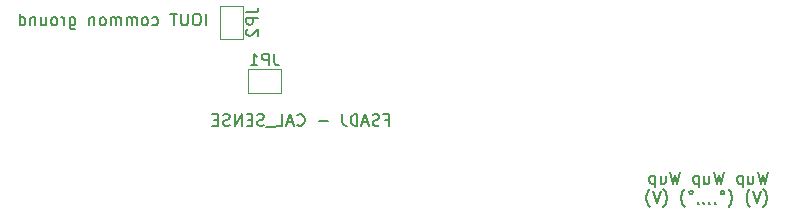
<source format=gbr>
%TF.GenerationSoftware,KiCad,Pcbnew,8.0.6*%
%TF.CreationDate,2024-12-30T16:19:15+01:00*%
%TF.ProjectId,pico-glitcher-v2.1-extension,7069636f-2d67-46c6-9974-636865722d76,rev?*%
%TF.SameCoordinates,PX3d09000PY6590fa0*%
%TF.FileFunction,Legend,Bot*%
%TF.FilePolarity,Positive*%
%FSLAX46Y46*%
G04 Gerber Fmt 4.6, Leading zero omitted, Abs format (unit mm)*
G04 Created by KiCad (PCBNEW 8.0.6) date 2024-12-30 16:19:15*
%MOMM*%
%LPD*%
G01*
G04 APERTURE LIST*
%ADD10C,0.150000*%
%ADD11C,0.120000*%
G04 APERTURE END LIST*
D10*
X72758458Y17990125D02*
X72520363Y16990125D01*
X72520363Y16990125D02*
X72329887Y17704411D01*
X72329887Y17704411D02*
X72139411Y16990125D01*
X72139411Y16990125D02*
X71901316Y17990125D01*
X71091792Y17656792D02*
X71091792Y16990125D01*
X71520363Y17656792D02*
X71520363Y17132983D01*
X71520363Y17132983D02*
X71472744Y17037744D01*
X71472744Y17037744D02*
X71377506Y16990125D01*
X71377506Y16990125D02*
X71234649Y16990125D01*
X71234649Y16990125D02*
X71139411Y17037744D01*
X71139411Y17037744D02*
X71091792Y17085364D01*
X70615601Y17656792D02*
X70615601Y16656792D01*
X70615601Y17609173D02*
X70520363Y17656792D01*
X70520363Y17656792D02*
X70329887Y17656792D01*
X70329887Y17656792D02*
X70234649Y17609173D01*
X70234649Y17609173D02*
X70187030Y17561554D01*
X70187030Y17561554D02*
X70139411Y17466316D01*
X70139411Y17466316D02*
X70139411Y17180602D01*
X70139411Y17180602D02*
X70187030Y17085364D01*
X70187030Y17085364D02*
X70234649Y17037744D01*
X70234649Y17037744D02*
X70329887Y16990125D01*
X70329887Y16990125D02*
X70520363Y16990125D01*
X70520363Y16990125D02*
X70615601Y17037744D01*
X69044172Y17990125D02*
X68806077Y16990125D01*
X68806077Y16990125D02*
X68615601Y17704411D01*
X68615601Y17704411D02*
X68425125Y16990125D01*
X68425125Y16990125D02*
X68187030Y17990125D01*
X67377506Y17656792D02*
X67377506Y16990125D01*
X67806077Y17656792D02*
X67806077Y17132983D01*
X67806077Y17132983D02*
X67758458Y17037744D01*
X67758458Y17037744D02*
X67663220Y16990125D01*
X67663220Y16990125D02*
X67520363Y16990125D01*
X67520363Y16990125D02*
X67425125Y17037744D01*
X67425125Y17037744D02*
X67377506Y17085364D01*
X66901315Y17656792D02*
X66901315Y16656792D01*
X66901315Y17609173D02*
X66806077Y17656792D01*
X66806077Y17656792D02*
X66615601Y17656792D01*
X66615601Y17656792D02*
X66520363Y17609173D01*
X66520363Y17609173D02*
X66472744Y17561554D01*
X66472744Y17561554D02*
X66425125Y17466316D01*
X66425125Y17466316D02*
X66425125Y17180602D01*
X66425125Y17180602D02*
X66472744Y17085364D01*
X66472744Y17085364D02*
X66520363Y17037744D01*
X66520363Y17037744D02*
X66615601Y16990125D01*
X66615601Y16990125D02*
X66806077Y16990125D01*
X66806077Y16990125D02*
X66901315Y17037744D01*
X65329886Y17990125D02*
X65091791Y16990125D01*
X65091791Y16990125D02*
X64901315Y17704411D01*
X64901315Y17704411D02*
X64710839Y16990125D01*
X64710839Y16990125D02*
X64472744Y17990125D01*
X63663220Y17656792D02*
X63663220Y16990125D01*
X64091791Y17656792D02*
X64091791Y17132983D01*
X64091791Y17132983D02*
X64044172Y17037744D01*
X64044172Y17037744D02*
X63948934Y16990125D01*
X63948934Y16990125D02*
X63806077Y16990125D01*
X63806077Y16990125D02*
X63710839Y17037744D01*
X63710839Y17037744D02*
X63663220Y17085364D01*
X63187029Y17656792D02*
X63187029Y16656792D01*
X63187029Y17609173D02*
X63091791Y17656792D01*
X63091791Y17656792D02*
X62901315Y17656792D01*
X62901315Y17656792D02*
X62806077Y17609173D01*
X62806077Y17609173D02*
X62758458Y17561554D01*
X62758458Y17561554D02*
X62710839Y17466316D01*
X62710839Y17466316D02*
X62710839Y17180602D01*
X62710839Y17180602D02*
X62758458Y17085364D01*
X62758458Y17085364D02*
X62806077Y17037744D01*
X62806077Y17037744D02*
X62901315Y16990125D01*
X62901315Y16990125D02*
X63091791Y16990125D01*
X63091791Y16990125D02*
X63187029Y17037744D01*
X72377506Y14999229D02*
X72425125Y15046848D01*
X72425125Y15046848D02*
X72520363Y15189705D01*
X72520363Y15189705D02*
X72567982Y15284943D01*
X72567982Y15284943D02*
X72615601Y15427800D01*
X72615601Y15427800D02*
X72663220Y15665896D01*
X72663220Y15665896D02*
X72663220Y15856372D01*
X72663220Y15856372D02*
X72615601Y16094467D01*
X72615601Y16094467D02*
X72567982Y16237324D01*
X72567982Y16237324D02*
X72520363Y16332562D01*
X72520363Y16332562D02*
X72425125Y16475420D01*
X72425125Y16475420D02*
X72377506Y16523039D01*
X72139410Y16380181D02*
X71806077Y15380181D01*
X71806077Y15380181D02*
X71472744Y16380181D01*
X71234648Y14999229D02*
X71187029Y15046848D01*
X71187029Y15046848D02*
X71091791Y15189705D01*
X71091791Y15189705D02*
X71044172Y15284943D01*
X71044172Y15284943D02*
X70996553Y15427800D01*
X70996553Y15427800D02*
X70948934Y15665896D01*
X70948934Y15665896D02*
X70948934Y15856372D01*
X70948934Y15856372D02*
X70996553Y16094467D01*
X70996553Y16094467D02*
X71044172Y16237324D01*
X71044172Y16237324D02*
X71091791Y16332562D01*
X71091791Y16332562D02*
X71187029Y16475420D01*
X71187029Y16475420D02*
X71234648Y16523039D01*
X69425124Y14999229D02*
X69472743Y15046848D01*
X69472743Y15046848D02*
X69567981Y15189705D01*
X69567981Y15189705D02*
X69615600Y15284943D01*
X69615600Y15284943D02*
X69663219Y15427800D01*
X69663219Y15427800D02*
X69710838Y15665896D01*
X69710838Y15665896D02*
X69710838Y15856372D01*
X69710838Y15856372D02*
X69663219Y16094467D01*
X69663219Y16094467D02*
X69615600Y16237324D01*
X69615600Y16237324D02*
X69567981Y16332562D01*
X69567981Y16332562D02*
X69472743Y16475420D01*
X69472743Y16475420D02*
X69425124Y16523039D01*
X68901314Y16380181D02*
X68996552Y16332562D01*
X68996552Y16332562D02*
X69044171Y16237324D01*
X69044171Y16237324D02*
X68996552Y16142086D01*
X68996552Y16142086D02*
X68901314Y16094467D01*
X68901314Y16094467D02*
X68806076Y16142086D01*
X68806076Y16142086D02*
X68758457Y16237324D01*
X68758457Y16237324D02*
X68806076Y16332562D01*
X68806076Y16332562D02*
X68901314Y16380181D01*
X68234647Y15427800D02*
X68234647Y15380181D01*
X68234647Y15380181D02*
X68282266Y15284943D01*
X68282266Y15284943D02*
X68329885Y15237324D01*
X67758457Y15427800D02*
X67758457Y15380181D01*
X67758457Y15380181D02*
X67806076Y15284943D01*
X67806076Y15284943D02*
X67853695Y15237324D01*
X67282267Y15427800D02*
X67282267Y15380181D01*
X67282267Y15380181D02*
X67329886Y15284943D01*
X67329886Y15284943D02*
X67377505Y15237324D01*
X66806077Y15427800D02*
X66806077Y15380181D01*
X66806077Y15380181D02*
X66853696Y15284943D01*
X66853696Y15284943D02*
X66901315Y15237324D01*
X66234649Y16380181D02*
X66329887Y16332562D01*
X66329887Y16332562D02*
X66377506Y16237324D01*
X66377506Y16237324D02*
X66329887Y16142086D01*
X66329887Y16142086D02*
X66234649Y16094467D01*
X66234649Y16094467D02*
X66139411Y16142086D01*
X66139411Y16142086D02*
X66091792Y16237324D01*
X66091792Y16237324D02*
X66139411Y16332562D01*
X66139411Y16332562D02*
X66234649Y16380181D01*
X65710839Y14999229D02*
X65663220Y15046848D01*
X65663220Y15046848D02*
X65567982Y15189705D01*
X65567982Y15189705D02*
X65520363Y15284943D01*
X65520363Y15284943D02*
X65472744Y15427800D01*
X65472744Y15427800D02*
X65425125Y15665896D01*
X65425125Y15665896D02*
X65425125Y15856372D01*
X65425125Y15856372D02*
X65472744Y16094467D01*
X65472744Y16094467D02*
X65520363Y16237324D01*
X65520363Y16237324D02*
X65567982Y16332562D01*
X65567982Y16332562D02*
X65663220Y16475420D01*
X65663220Y16475420D02*
X65710839Y16523039D01*
X63901315Y14999229D02*
X63948934Y15046848D01*
X63948934Y15046848D02*
X64044172Y15189705D01*
X64044172Y15189705D02*
X64091791Y15284943D01*
X64091791Y15284943D02*
X64139410Y15427800D01*
X64139410Y15427800D02*
X64187029Y15665896D01*
X64187029Y15665896D02*
X64187029Y15856372D01*
X64187029Y15856372D02*
X64139410Y16094467D01*
X64139410Y16094467D02*
X64091791Y16237324D01*
X64091791Y16237324D02*
X64044172Y16332562D01*
X64044172Y16332562D02*
X63948934Y16475420D01*
X63948934Y16475420D02*
X63901315Y16523039D01*
X63663219Y16380181D02*
X63329886Y15380181D01*
X63329886Y15380181D02*
X62996553Y16380181D01*
X62758457Y14999229D02*
X62710838Y15046848D01*
X62710838Y15046848D02*
X62615600Y15189705D01*
X62615600Y15189705D02*
X62567981Y15284943D01*
X62567981Y15284943D02*
X62520362Y15427800D01*
X62520362Y15427800D02*
X62472743Y15665896D01*
X62472743Y15665896D02*
X62472743Y15856372D01*
X62472743Y15856372D02*
X62520362Y16094467D01*
X62520362Y16094467D02*
X62567981Y16237324D01*
X62567981Y16237324D02*
X62615600Y16332562D01*
X62615600Y16332562D02*
X62710838Y16475420D01*
X62710838Y16475420D02*
X62758457Y16523039D01*
X25163220Y30380181D02*
X25163220Y31380181D01*
X24496554Y31380181D02*
X24306078Y31380181D01*
X24306078Y31380181D02*
X24210840Y31332562D01*
X24210840Y31332562D02*
X24115602Y31237324D01*
X24115602Y31237324D02*
X24067983Y31046848D01*
X24067983Y31046848D02*
X24067983Y30713515D01*
X24067983Y30713515D02*
X24115602Y30523039D01*
X24115602Y30523039D02*
X24210840Y30427800D01*
X24210840Y30427800D02*
X24306078Y30380181D01*
X24306078Y30380181D02*
X24496554Y30380181D01*
X24496554Y30380181D02*
X24591792Y30427800D01*
X24591792Y30427800D02*
X24687030Y30523039D01*
X24687030Y30523039D02*
X24734649Y30713515D01*
X24734649Y30713515D02*
X24734649Y31046848D01*
X24734649Y31046848D02*
X24687030Y31237324D01*
X24687030Y31237324D02*
X24591792Y31332562D01*
X24591792Y31332562D02*
X24496554Y31380181D01*
X23639411Y31380181D02*
X23639411Y30570658D01*
X23639411Y30570658D02*
X23591792Y30475420D01*
X23591792Y30475420D02*
X23544173Y30427800D01*
X23544173Y30427800D02*
X23448935Y30380181D01*
X23448935Y30380181D02*
X23258459Y30380181D01*
X23258459Y30380181D02*
X23163221Y30427800D01*
X23163221Y30427800D02*
X23115602Y30475420D01*
X23115602Y30475420D02*
X23067983Y30570658D01*
X23067983Y30570658D02*
X23067983Y31380181D01*
X22734649Y31380181D02*
X22163221Y31380181D01*
X22448935Y30380181D02*
X22448935Y31380181D01*
X20639411Y30427800D02*
X20734649Y30380181D01*
X20734649Y30380181D02*
X20925125Y30380181D01*
X20925125Y30380181D02*
X21020363Y30427800D01*
X21020363Y30427800D02*
X21067982Y30475420D01*
X21067982Y30475420D02*
X21115601Y30570658D01*
X21115601Y30570658D02*
X21115601Y30856372D01*
X21115601Y30856372D02*
X21067982Y30951610D01*
X21067982Y30951610D02*
X21020363Y30999229D01*
X21020363Y30999229D02*
X20925125Y31046848D01*
X20925125Y31046848D02*
X20734649Y31046848D01*
X20734649Y31046848D02*
X20639411Y30999229D01*
X20067982Y30380181D02*
X20163220Y30427800D01*
X20163220Y30427800D02*
X20210839Y30475420D01*
X20210839Y30475420D02*
X20258458Y30570658D01*
X20258458Y30570658D02*
X20258458Y30856372D01*
X20258458Y30856372D02*
X20210839Y30951610D01*
X20210839Y30951610D02*
X20163220Y30999229D01*
X20163220Y30999229D02*
X20067982Y31046848D01*
X20067982Y31046848D02*
X19925125Y31046848D01*
X19925125Y31046848D02*
X19829887Y30999229D01*
X19829887Y30999229D02*
X19782268Y30951610D01*
X19782268Y30951610D02*
X19734649Y30856372D01*
X19734649Y30856372D02*
X19734649Y30570658D01*
X19734649Y30570658D02*
X19782268Y30475420D01*
X19782268Y30475420D02*
X19829887Y30427800D01*
X19829887Y30427800D02*
X19925125Y30380181D01*
X19925125Y30380181D02*
X20067982Y30380181D01*
X19306077Y30380181D02*
X19306077Y31046848D01*
X19306077Y30951610D02*
X19258458Y30999229D01*
X19258458Y30999229D02*
X19163220Y31046848D01*
X19163220Y31046848D02*
X19020363Y31046848D01*
X19020363Y31046848D02*
X18925125Y30999229D01*
X18925125Y30999229D02*
X18877506Y30903991D01*
X18877506Y30903991D02*
X18877506Y30380181D01*
X18877506Y30903991D02*
X18829887Y30999229D01*
X18829887Y30999229D02*
X18734649Y31046848D01*
X18734649Y31046848D02*
X18591792Y31046848D01*
X18591792Y31046848D02*
X18496553Y30999229D01*
X18496553Y30999229D02*
X18448934Y30903991D01*
X18448934Y30903991D02*
X18448934Y30380181D01*
X17972744Y30380181D02*
X17972744Y31046848D01*
X17972744Y30951610D02*
X17925125Y30999229D01*
X17925125Y30999229D02*
X17829887Y31046848D01*
X17829887Y31046848D02*
X17687030Y31046848D01*
X17687030Y31046848D02*
X17591792Y30999229D01*
X17591792Y30999229D02*
X17544173Y30903991D01*
X17544173Y30903991D02*
X17544173Y30380181D01*
X17544173Y30903991D02*
X17496554Y30999229D01*
X17496554Y30999229D02*
X17401316Y31046848D01*
X17401316Y31046848D02*
X17258459Y31046848D01*
X17258459Y31046848D02*
X17163220Y30999229D01*
X17163220Y30999229D02*
X17115601Y30903991D01*
X17115601Y30903991D02*
X17115601Y30380181D01*
X16496554Y30380181D02*
X16591792Y30427800D01*
X16591792Y30427800D02*
X16639411Y30475420D01*
X16639411Y30475420D02*
X16687030Y30570658D01*
X16687030Y30570658D02*
X16687030Y30856372D01*
X16687030Y30856372D02*
X16639411Y30951610D01*
X16639411Y30951610D02*
X16591792Y30999229D01*
X16591792Y30999229D02*
X16496554Y31046848D01*
X16496554Y31046848D02*
X16353697Y31046848D01*
X16353697Y31046848D02*
X16258459Y30999229D01*
X16258459Y30999229D02*
X16210840Y30951610D01*
X16210840Y30951610D02*
X16163221Y30856372D01*
X16163221Y30856372D02*
X16163221Y30570658D01*
X16163221Y30570658D02*
X16210840Y30475420D01*
X16210840Y30475420D02*
X16258459Y30427800D01*
X16258459Y30427800D02*
X16353697Y30380181D01*
X16353697Y30380181D02*
X16496554Y30380181D01*
X15734649Y31046848D02*
X15734649Y30380181D01*
X15734649Y30951610D02*
X15687030Y30999229D01*
X15687030Y30999229D02*
X15591792Y31046848D01*
X15591792Y31046848D02*
X15448935Y31046848D01*
X15448935Y31046848D02*
X15353697Y30999229D01*
X15353697Y30999229D02*
X15306078Y30903991D01*
X15306078Y30903991D02*
X15306078Y30380181D01*
X13639411Y31046848D02*
X13639411Y30237324D01*
X13639411Y30237324D02*
X13687030Y30142086D01*
X13687030Y30142086D02*
X13734649Y30094467D01*
X13734649Y30094467D02*
X13829887Y30046848D01*
X13829887Y30046848D02*
X13972744Y30046848D01*
X13972744Y30046848D02*
X14067982Y30094467D01*
X13639411Y30427800D02*
X13734649Y30380181D01*
X13734649Y30380181D02*
X13925125Y30380181D01*
X13925125Y30380181D02*
X14020363Y30427800D01*
X14020363Y30427800D02*
X14067982Y30475420D01*
X14067982Y30475420D02*
X14115601Y30570658D01*
X14115601Y30570658D02*
X14115601Y30856372D01*
X14115601Y30856372D02*
X14067982Y30951610D01*
X14067982Y30951610D02*
X14020363Y30999229D01*
X14020363Y30999229D02*
X13925125Y31046848D01*
X13925125Y31046848D02*
X13734649Y31046848D01*
X13734649Y31046848D02*
X13639411Y30999229D01*
X13163220Y30380181D02*
X13163220Y31046848D01*
X13163220Y30856372D02*
X13115601Y30951610D01*
X13115601Y30951610D02*
X13067982Y30999229D01*
X13067982Y30999229D02*
X12972744Y31046848D01*
X12972744Y31046848D02*
X12877506Y31046848D01*
X12401315Y30380181D02*
X12496553Y30427800D01*
X12496553Y30427800D02*
X12544172Y30475420D01*
X12544172Y30475420D02*
X12591791Y30570658D01*
X12591791Y30570658D02*
X12591791Y30856372D01*
X12591791Y30856372D02*
X12544172Y30951610D01*
X12544172Y30951610D02*
X12496553Y30999229D01*
X12496553Y30999229D02*
X12401315Y31046848D01*
X12401315Y31046848D02*
X12258458Y31046848D01*
X12258458Y31046848D02*
X12163220Y30999229D01*
X12163220Y30999229D02*
X12115601Y30951610D01*
X12115601Y30951610D02*
X12067982Y30856372D01*
X12067982Y30856372D02*
X12067982Y30570658D01*
X12067982Y30570658D02*
X12115601Y30475420D01*
X12115601Y30475420D02*
X12163220Y30427800D01*
X12163220Y30427800D02*
X12258458Y30380181D01*
X12258458Y30380181D02*
X12401315Y30380181D01*
X11210839Y31046848D02*
X11210839Y30380181D01*
X11639410Y31046848D02*
X11639410Y30523039D01*
X11639410Y30523039D02*
X11591791Y30427800D01*
X11591791Y30427800D02*
X11496553Y30380181D01*
X11496553Y30380181D02*
X11353696Y30380181D01*
X11353696Y30380181D02*
X11258458Y30427800D01*
X11258458Y30427800D02*
X11210839Y30475420D01*
X10734648Y31046848D02*
X10734648Y30380181D01*
X10734648Y30951610D02*
X10687029Y30999229D01*
X10687029Y30999229D02*
X10591791Y31046848D01*
X10591791Y31046848D02*
X10448934Y31046848D01*
X10448934Y31046848D02*
X10353696Y30999229D01*
X10353696Y30999229D02*
X10306077Y30903991D01*
X10306077Y30903991D02*
X10306077Y30380181D01*
X9401315Y30380181D02*
X9401315Y31380181D01*
X9401315Y30427800D02*
X9496553Y30380181D01*
X9496553Y30380181D02*
X9687029Y30380181D01*
X9687029Y30380181D02*
X9782267Y30427800D01*
X9782267Y30427800D02*
X9829886Y30475420D01*
X9829886Y30475420D02*
X9877505Y30570658D01*
X9877505Y30570658D02*
X9877505Y30856372D01*
X9877505Y30856372D02*
X9829886Y30951610D01*
X9829886Y30951610D02*
X9782267Y30999229D01*
X9782267Y30999229D02*
X9687029Y31046848D01*
X9687029Y31046848D02*
X9496553Y31046848D01*
X9496553Y31046848D02*
X9401315Y30999229D01*
X40329887Y22403991D02*
X40663220Y22403991D01*
X40663220Y21880181D02*
X40663220Y22880181D01*
X40663220Y22880181D02*
X40187030Y22880181D01*
X39853696Y21927800D02*
X39710839Y21880181D01*
X39710839Y21880181D02*
X39472744Y21880181D01*
X39472744Y21880181D02*
X39377506Y21927800D01*
X39377506Y21927800D02*
X39329887Y21975420D01*
X39329887Y21975420D02*
X39282268Y22070658D01*
X39282268Y22070658D02*
X39282268Y22165896D01*
X39282268Y22165896D02*
X39329887Y22261134D01*
X39329887Y22261134D02*
X39377506Y22308753D01*
X39377506Y22308753D02*
X39472744Y22356372D01*
X39472744Y22356372D02*
X39663220Y22403991D01*
X39663220Y22403991D02*
X39758458Y22451610D01*
X39758458Y22451610D02*
X39806077Y22499229D01*
X39806077Y22499229D02*
X39853696Y22594467D01*
X39853696Y22594467D02*
X39853696Y22689705D01*
X39853696Y22689705D02*
X39806077Y22784943D01*
X39806077Y22784943D02*
X39758458Y22832562D01*
X39758458Y22832562D02*
X39663220Y22880181D01*
X39663220Y22880181D02*
X39425125Y22880181D01*
X39425125Y22880181D02*
X39282268Y22832562D01*
X38901315Y22165896D02*
X38425125Y22165896D01*
X38996553Y21880181D02*
X38663220Y22880181D01*
X38663220Y22880181D02*
X38329887Y21880181D01*
X37996553Y21880181D02*
X37996553Y22880181D01*
X37996553Y22880181D02*
X37758458Y22880181D01*
X37758458Y22880181D02*
X37615601Y22832562D01*
X37615601Y22832562D02*
X37520363Y22737324D01*
X37520363Y22737324D02*
X37472744Y22642086D01*
X37472744Y22642086D02*
X37425125Y22451610D01*
X37425125Y22451610D02*
X37425125Y22308753D01*
X37425125Y22308753D02*
X37472744Y22118277D01*
X37472744Y22118277D02*
X37520363Y22023039D01*
X37520363Y22023039D02*
X37615601Y21927800D01*
X37615601Y21927800D02*
X37758458Y21880181D01*
X37758458Y21880181D02*
X37996553Y21880181D01*
X36710839Y22880181D02*
X36710839Y22165896D01*
X36710839Y22165896D02*
X36758458Y22023039D01*
X36758458Y22023039D02*
X36853696Y21927800D01*
X36853696Y21927800D02*
X36996553Y21880181D01*
X36996553Y21880181D02*
X37091791Y21880181D01*
X35472743Y22261134D02*
X34710839Y22261134D01*
X32901315Y21975420D02*
X32948934Y21927800D01*
X32948934Y21927800D02*
X33091791Y21880181D01*
X33091791Y21880181D02*
X33187029Y21880181D01*
X33187029Y21880181D02*
X33329886Y21927800D01*
X33329886Y21927800D02*
X33425124Y22023039D01*
X33425124Y22023039D02*
X33472743Y22118277D01*
X33472743Y22118277D02*
X33520362Y22308753D01*
X33520362Y22308753D02*
X33520362Y22451610D01*
X33520362Y22451610D02*
X33472743Y22642086D01*
X33472743Y22642086D02*
X33425124Y22737324D01*
X33425124Y22737324D02*
X33329886Y22832562D01*
X33329886Y22832562D02*
X33187029Y22880181D01*
X33187029Y22880181D02*
X33091791Y22880181D01*
X33091791Y22880181D02*
X32948934Y22832562D01*
X32948934Y22832562D02*
X32901315Y22784943D01*
X32520362Y22165896D02*
X32044172Y22165896D01*
X32615600Y21880181D02*
X32282267Y22880181D01*
X32282267Y22880181D02*
X31948934Y21880181D01*
X31139410Y21880181D02*
X31615600Y21880181D01*
X31615600Y21880181D02*
X31615600Y22880181D01*
X31044172Y21784943D02*
X30282267Y21784943D01*
X30091790Y21927800D02*
X29948933Y21880181D01*
X29948933Y21880181D02*
X29710838Y21880181D01*
X29710838Y21880181D02*
X29615600Y21927800D01*
X29615600Y21927800D02*
X29567981Y21975420D01*
X29567981Y21975420D02*
X29520362Y22070658D01*
X29520362Y22070658D02*
X29520362Y22165896D01*
X29520362Y22165896D02*
X29567981Y22261134D01*
X29567981Y22261134D02*
X29615600Y22308753D01*
X29615600Y22308753D02*
X29710838Y22356372D01*
X29710838Y22356372D02*
X29901314Y22403991D01*
X29901314Y22403991D02*
X29996552Y22451610D01*
X29996552Y22451610D02*
X30044171Y22499229D01*
X30044171Y22499229D02*
X30091790Y22594467D01*
X30091790Y22594467D02*
X30091790Y22689705D01*
X30091790Y22689705D02*
X30044171Y22784943D01*
X30044171Y22784943D02*
X29996552Y22832562D01*
X29996552Y22832562D02*
X29901314Y22880181D01*
X29901314Y22880181D02*
X29663219Y22880181D01*
X29663219Y22880181D02*
X29520362Y22832562D01*
X29091790Y22403991D02*
X28758457Y22403991D01*
X28615600Y21880181D02*
X29091790Y21880181D01*
X29091790Y21880181D02*
X29091790Y22880181D01*
X29091790Y22880181D02*
X28615600Y22880181D01*
X28187028Y21880181D02*
X28187028Y22880181D01*
X28187028Y22880181D02*
X27615600Y21880181D01*
X27615600Y21880181D02*
X27615600Y22880181D01*
X27187028Y21927800D02*
X27044171Y21880181D01*
X27044171Y21880181D02*
X26806076Y21880181D01*
X26806076Y21880181D02*
X26710838Y21927800D01*
X26710838Y21927800D02*
X26663219Y21975420D01*
X26663219Y21975420D02*
X26615600Y22070658D01*
X26615600Y22070658D02*
X26615600Y22165896D01*
X26615600Y22165896D02*
X26663219Y22261134D01*
X26663219Y22261134D02*
X26710838Y22308753D01*
X26710838Y22308753D02*
X26806076Y22356372D01*
X26806076Y22356372D02*
X26996552Y22403991D01*
X26996552Y22403991D02*
X27091790Y22451610D01*
X27091790Y22451610D02*
X27139409Y22499229D01*
X27139409Y22499229D02*
X27187028Y22594467D01*
X27187028Y22594467D02*
X27187028Y22689705D01*
X27187028Y22689705D02*
X27139409Y22784943D01*
X27139409Y22784943D02*
X27091790Y22832562D01*
X27091790Y22832562D02*
X26996552Y22880181D01*
X26996552Y22880181D02*
X26758457Y22880181D01*
X26758457Y22880181D02*
X26615600Y22832562D01*
X26187028Y22403991D02*
X25853695Y22403991D01*
X25710838Y21880181D02*
X26187028Y21880181D01*
X26187028Y21880181D02*
X26187028Y22880181D01*
X26187028Y22880181D02*
X25710838Y22880181D01*
X30958333Y27995181D02*
X30958333Y27280896D01*
X30958333Y27280896D02*
X31005952Y27138039D01*
X31005952Y27138039D02*
X31101190Y27042800D01*
X31101190Y27042800D02*
X31244047Y26995181D01*
X31244047Y26995181D02*
X31339285Y26995181D01*
X30482142Y26995181D02*
X30482142Y27995181D01*
X30482142Y27995181D02*
X30101190Y27995181D01*
X30101190Y27995181D02*
X30005952Y27947562D01*
X30005952Y27947562D02*
X29958333Y27899943D01*
X29958333Y27899943D02*
X29910714Y27804705D01*
X29910714Y27804705D02*
X29910714Y27661848D01*
X29910714Y27661848D02*
X29958333Y27566610D01*
X29958333Y27566610D02*
X30005952Y27518991D01*
X30005952Y27518991D02*
X30101190Y27471372D01*
X30101190Y27471372D02*
X30482142Y27471372D01*
X28958333Y26995181D02*
X29529761Y26995181D01*
X29244047Y26995181D02*
X29244047Y27995181D01*
X29244047Y27995181D02*
X29339285Y27852324D01*
X29339285Y27852324D02*
X29434523Y27757086D01*
X29434523Y27757086D02*
X29529761Y27709467D01*
X28604819Y31483334D02*
X29319104Y31483334D01*
X29319104Y31483334D02*
X29461961Y31530953D01*
X29461961Y31530953D02*
X29557200Y31626191D01*
X29557200Y31626191D02*
X29604819Y31769048D01*
X29604819Y31769048D02*
X29604819Y31864286D01*
X29604819Y31007143D02*
X28604819Y31007143D01*
X28604819Y31007143D02*
X28604819Y30626191D01*
X28604819Y30626191D02*
X28652438Y30530953D01*
X28652438Y30530953D02*
X28700057Y30483334D01*
X28700057Y30483334D02*
X28795295Y30435715D01*
X28795295Y30435715D02*
X28938152Y30435715D01*
X28938152Y30435715D02*
X29033390Y30483334D01*
X29033390Y30483334D02*
X29081009Y30530953D01*
X29081009Y30530953D02*
X29128628Y30626191D01*
X29128628Y30626191D02*
X29128628Y31007143D01*
X28700057Y30054762D02*
X28652438Y30007143D01*
X28652438Y30007143D02*
X28604819Y29911905D01*
X28604819Y29911905D02*
X28604819Y29673810D01*
X28604819Y29673810D02*
X28652438Y29578572D01*
X28652438Y29578572D02*
X28700057Y29530953D01*
X28700057Y29530953D02*
X28795295Y29483334D01*
X28795295Y29483334D02*
X28890533Y29483334D01*
X28890533Y29483334D02*
X29033390Y29530953D01*
X29033390Y29530953D02*
X29604819Y30102381D01*
X29604819Y30102381D02*
X29604819Y29483334D01*
D11*
%TO.C,JP1*%
X31525000Y24650000D02*
X28725000Y24650000D01*
X31525000Y26650000D02*
X31525000Y24650000D01*
X28725000Y24650000D02*
X28725000Y26650000D01*
X28725000Y26650000D02*
X31525000Y26650000D01*
%TO.C,JP2*%
X28350000Y29250000D02*
X26350000Y29250000D01*
X28350000Y32050000D02*
X28350000Y29250000D01*
X26350000Y29250000D02*
X26350000Y32050000D01*
X26350000Y32050000D02*
X28350000Y32050000D01*
%TD*%
M02*

</source>
